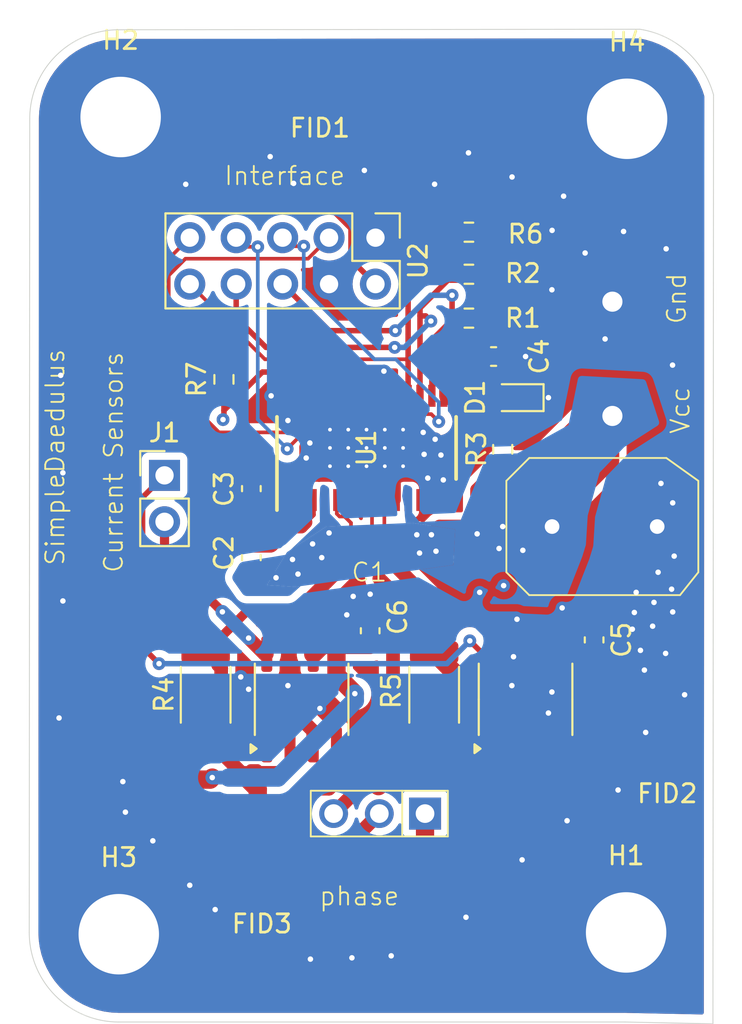
<source format=kicad_pcb>
(kicad_pcb (version 20240108) (generator "pcbnew") (generator_version "8.0")
  (layers (0 "F.Cu" signal) (31 "B.Cu" power) (34 "B.Paste" user) (35 "F.Paste" user) (36 "B.SilkS" user "B.Silkscreen") (37 "F.SilkS" user "F.Silkscreen") (38 "B.Mask" user) (39 "F.Mask" user) (44 "Edge.Cuts" user))
  (net 0 "")
  (net 1 "GND")
  (net 2 "+3.3INTRN")
  (net 3 "VCC")
  (net 4 "Net-(U1-VCP)")
  (net 5 "Net-(U1-CPL)")
  (net 6 "Net-(U1-CPH)")
  (net 7 "+3.3V")
  (net 8 "Net-(D1-A)")
  (net 9 "nFLT")
  (net 10 "CC_out")
  (net 11 "CA_out")
  (net 12 "phase_B")
  (net 13 "phase_A")
  (net 14 "phase_C")
  (net 15 "nRST")
  (net 16 "nSLP")
  (net 17 "PH_CS_A")
  (net 18 "PH_CS_C")
  (net 20 "IN3")
  (net 21 "IN1")
  (net 22 "EN")
  (net 23 "IN2")
  (net 25 "Net-(U2-En)")
  (footprint "Connector_PinHeader_2.54mm:PinHeader_1x02_P2.54mm_Vertical" (layer "F.Cu") (at 137 74)
    (property "Reference" "J1")
    (property "Value" "Conn_01x02")
  )
  (footprint "Fiducial:Fiducial_0.75mm_Mask2.25mm" (layer "F.Cu") (at 142.325 100.625)
    (property "Reference" "FID3")
    (property "Value" "Fiducial")
  )
  (footprint "MountingHole:MountingHole_3.2mm_M3_Pad_Via" (layer "F.Cu") (at 134.497056 99.097056)
    (property "Reference" "H3")
    (property "Value" "MountingHole")
  )
  (footprint "simpleFOC:PWP0028F_L" (layer "F.Cu") (at 148.05 72.5 90)
    (property "Reference" "U1")
    (property "Value" "DRV8313PWP")
  )
  (footprint "simpleFOC:VCCpad" (layer "F.Cu") (at 165.25 70.75 90)
    (property "Reference" "REF**" (hide yes))
    (property "Value" "VCCpad")
  )
  (footprint "simpleFOC:circular_cap_6.3" (layer "F.Cu") (at 148.2 75.55)
    (property "Reference" "C1")
    (property "Value" "100uF")
  )
  (footprint "MountingHole:MountingHole_3.2mm_M3_Pad_Via" (layer "F.Cu") (at 162.302944 54.497056)
    (property "Reference" "H4")
    (property "Value" "MountingHole")
  )
  (footprint "Fiducial:Fiducial_0.75mm_Mask2.25mm" (layer "F.Cu") (at 145.5 52.5)
    (property "Reference" "FID1")
    (property "Value" "Fiducial")
  )
  (footprint "Capacitor_SMD:C_0603_1608Metric" (layer "F.Cu") (at 148.25 82.5 90)
    (property "Reference" "C6")
    (property "Value" "1uF")
  )
  (footprint "Resistor_SMD:R_0603_1608Metric" (layer "F.Cu") (at 140.25 68.75 -90)
    (property "Reference" "R7")
    (property "Value" "10k")
  )
  (footprint "Fiducial:Fiducial_0.75mm_Mask2.25mm" (layer "F.Cu") (at 164.5 93.5)
    (property "Reference" "FID2")
    (property "Value" "Fiducial")
  )
  (footprint "Capacitor_SMD:C_0603_1608Metric" (layer "F.Cu") (at 141.75 78.5 -90)
    (property "Reference" "C2")
    (property "Value" "100nF")
  )
  (footprint "Connector_PinHeader_2.54mm:PinHeader_2x05_P2.54mm_Vertical" (layer "F.Cu") (at 148.54 61 -90)
    (property "Reference" "U2")
    (property "Value" "~")
  )
  (footprint "Package_SO:SOIC-8_3.9x4.9mm_P1.27mm" (layer "F.Cu") (at 156.75 86.25 90)
    (property "Reference" "U4" (hide yes))
    (property "Value" "INA240A2D")
  )
  (footprint "Capacitor_SMD:C_0603_1608Metric" (layer "F.Cu") (at 141.75 74.725 -90)
    (property "Reference" "C3")
    (property "Value" "100nF")
  )
  (footprint "Resistor_SMD:R_0603_1608Metric" (layer "F.Cu") (at 153.65 65.4 180)
    (property "Reference" "R1")
    (property "Value" "10k")
  )
  (footprint "simpleFOC:phase_pinouts" (layer "F.Cu") (at 147.5 92.5)
    (property "Reference" "J3" (hide yes))
    (property "Value" "TB001-500-03BE")
  )
  (footprint "Resistor_SMD:R_2010_5025Metric" (layer "F.Cu") (at 151.75 86 90)
    (property "Reference" "R5")
    (property "Value" "10k")
  )
  (footprint "Capacitor_SMD:C_0603_1608Metric" (layer "F.Cu") (at 160.5 83 90)
    (property "Reference" "C5")
    (property "Value" "1uF")
  )
  (footprint "MountingHole:MountingHole_3.2mm_M3_Pad_Via" (layer "F.Cu") (at 134.6 54.4)
    (property "Reference" "H2")
    (property "Value" "MountingHole")
  )
  (footprint "Resistor_SMD:R_0603_1608Metric" (layer "F.Cu") (at 153.65 60.7)
    (property "Reference" "R6")
    (property "Value" "10k")
  )
  (footprint "Capacitor_SMD:C_0603_1608Metric" (layer "F.Cu") (at 155 67.5 180)
    (property "Reference" "C4")
    (property "Value" "470nF")
  )
  (footprint "Resistor_SMD:R_0603_1608Metric" (layer "F.Cu") (at 155.5 72.575 90)
    (property "Reference" "R3")
    (property "Value" "1k")
  )
  (footprint "Resistor_SMD:R_2010_5025Metric" (layer "F.Cu") (at 139.25 86 90)
    (property "Reference" "R4")
    (property "Value" "10m")
  )
  (footprint "LED_SMD:LED_0603_1608Metric" (layer "F.Cu") (at 156.25 69.75 180)
    (property "Reference" "D1")
    (property "Value" "LED")
  )
  (footprint "Resistor_SMD:R_0603_1608Metric" (layer "F.Cu") (at 153.65 63 180)
    (property "Reference" "R2")
    (property "Value" "10k")
  )
  (footprint "Package_SO:SOIC-8_3.9x4.9mm_P1.27mm" (layer "F.Cu") (at 144.5 86.25 90)
    (property "Reference" "U3" (hide yes))
    (property "Value" "INA240A2D")
  )
  (footprint "MountingHole:MountingHole_3.2mm_M3_Pad_Via" (layer "F.Cu") (at 162.25 99)
    (property "Reference" "H1")
    (property "Value" "MountingHole")
  )
  (gr_line (start 167 104) (end 167.031234 53.191452) (stroke (width 0.05)) (layer "Edge.Cuts"))
  (gr_line (start 134.398 49.628) (end 163 49.600001) (stroke (width 0.05)) (layer "Edge.Cuts"))
  (gr_arc (start 129.626933 54.5) (mid 131.018346 51.090474) (end 134.398 49.628001) (stroke (width 0.05)) (layer "Edge.Cuts"))
  (gr_arc (start 163 49.600001) (mid 165.547464 50.798754) (end 167.031234 53.191452) (stroke (width 0.05)) (layer "Edge.Cuts"))
  (gr_line (start 167 104) (end 162.2 103.9) (stroke (width 0.05)) (layer "Edge.Cuts"))
  (gr_line (start 134.5 103.9) (end 162.2 103.9) (stroke (width 0.05)) (layer "Edge.Cuts"))
  (gr_line (start 129.626933 54.5) (end 129.6 99) (stroke (width 0.05)) (layer "Edge.Cuts"))
  (gr_arc (start 134.5 103.9) (mid 131.035177 102.464823) (end 129.6 99) (stroke (width 0.05)) (layer "Edge.Cuts"))
  (gr_text "Vcc" (at 165.8 71.8 90) (layer "F.SilkS") (effects (font (size 1 1) (thickness 0.1)) (justify left bottom)))
  (gr_text "SimpleDaedulus" (at 131.6 79 90) (layer "F.SilkS") (effects (font (size 1 1) (thickness 0.1)) (justify left bottom)))
  (gr_text "Interface" (at 140.2 58.2 0) (layer "F.SilkS") (effects (font (size 1 1) (thickness 0.1)) (justify left bottom)))
  (gr_text "Current Sensors" (at 134.8 79.4 90) (layer "F.SilkS") (effects (font (size 1 1) (thickness 0.1)) (justify left bottom)))
  (gr_text "Gnd" (at 165.6 65.8 90) (layer "F.SilkS") (effects (font (size 1 1) (thickness 0.1)) (justify left bottom)))
  (gr_text "phase" (at 145.4 97.6 0) (layer "F.SilkS") (effects (font (size 1 1) (thickness 0.1)) (justify left bottom)))
  (segment (start 141.8 85.5) (end 141.6 85.7) (width 0.75) (layer "F.Cu") (net 1))
  (segment (start 147.32 80.62) (end 147.32 81.28) (width 0.75) (layer "F.Cu") (net 1))
  (segment (start 147.724999 74.205762) (end 147.780761 74.15) (width 0.5) (layer "F.Cu") (net 1))
  (segment (start 151.15 71.65) (end 151.526309 72.026309) (width 0.75) (layer "F.Cu") (net 1))
  (segment (start 144.75 73.05) (end 144.75 72.464594) (width 0.75) (layer "F.Cu") (net 1))
  (segment (start 147.724999 75.349999) (end 147.724999 74.205762) (width 0.5) (layer "F.Cu") (net 1))
  (segment (start 147.35 74.119238) (end 147.284619 74.184619) (width 0.5) (layer "F.Cu") (net 1))
  (segment (start 151.526309 72.026309) (end 151.803384 72.026309) (width 0.75) (layer "F.Cu") (net 1))
  (segment (start 149.675001 74.225001) (end 149.55 74.1) (width 0.5) (layer "F.Cu") (net 1))
  (segment (start 149 68.3) (end 149.024999 68.324999) (width 0.5) (layer "F.Cu") (net 1))
  (segment (start 146.924999 74.15) (end 146.65 74.15) (width 0.5) (layer "F.Cu") (net 1))
  (segment (start 149.675001 75.349999) (end 149.675001 74.225001) (width 0.5) (layer "F.Cu") (net 1))
  (segment (start 156.28 83.61) (end 156.115 83.775) (width 0.75) (layer "F.Cu") (net 1))
  (segment (start 147.780761 74.15) (end 148.319239 74.15) (width 0.5) (layer "F.Cu") (net 1))
  (segment (start 147.35 75.349999) (end 147.35 74.119238) (width 0.5) (layer "F.Cu") (net 1))
  (segment (start 147.724999 74.624999) (end 147.284619 74.184619) (width 0.5) (layer "F.Cu") (net 1))
  (segment (start 156.28 81.87) (end 156.28 83.61) (width 0.75) (layer "F.Cu") (net 1))
  (segment (start 151.803384 72.573384) (end 152.12 72.89) (width 0.75) (layer "F.Cu") (net 1))
  (segment (start 147.075001 75.349999) (end 147.075001 74.394237) (width 0.5) (layer "F.Cu") (net 1))
  (segment (start 147.075001 75.349999) (end 147.35 75.349999) (width 0.5) (layer "F.Cu") (net 1))
  (segment (start 147.075001 74.394237) (end 147.284619 74.184619) (width 0.5) (layer "F.Cu") (net 1))
  (segment (start 147.32 81.28) (end 146.97 81.63) (width 0.75) (layer "F.Cu") (net 1))
  (segment (start 147.724999 75.349999) (end 147.724999 75.044235) (width 0.5) (layer "F.Cu") (net 1))
  (segment (start 143.75 70.57) (end 142.83 69.65) (width 0.3) (layer "F.Cu") (net 1))
  (segment (start 148.25 80.5) (end 147.44 80.5) (width 0.75) (layer "F.Cu") (net 1))
  (segment (start 151.803384 72.026309) (end 151.803384 72.573384) (width 0.75) (layer "F.Cu") (net 1))
  (segment (start 147.724999 75.349999) (end 147.724999 74.624999) (width 0.5) (layer "F.Cu") (net 1))
  (segment (start 147.724999 75.044235) (end 147.075001 74.394237) (width 0.5) (layer "F.Cu") (net 1))
  (segment (start 144.75 72.464594) (end 144.967297 72.247297) (width 0.75) (layer "F.Cu") (net 1))
  (segment (start 143.75 85.5) (end 141.8 85.5) (width 0.75) (layer "F.Cu") (net 1))
  (segment (start 134.86 90.89) (end 134.72 90.75) (width 0.75) (layer "F.Cu") (net 1))
  (segment (start 144.75 73.05) (end 144.75 72.42924) (width 0.3) (layer "F.Cu") (net 1))
  (segment (start 143.75 71) (end 143.75 70.57) (width 0.3) (layer "F.Cu") (net 1))
  (segment (start 144.75 72.42924) (end 144.94962 72.22962) (width 0.3) (layer "F.Cu") (net 1))
  (segment (start 147.075001 74.300002) (end 146.924999 74.15) (width 0.5) (layer "F.Cu") (net 1))
  (segment (start 149.024999 68.324999) (end 149.024999 69.650001) (width 0.5) (layer "F.Cu") (net 1))
  (segment (start 147.35 75.349999) (end 147.724999 75.349999) (width 0.5) (layer "F.Cu") (net 1))
  (segment (start 147.44 80.5) (end 147.32 80.62) (width 0.75) (layer "F.Cu") (net 1))
  (segment (start 147.075001 75.349999) (end 147.075001 74.300002) (width 0.5) (layer "F.Cu") (net 1))
  (segment (start 134.86 92.42) (end 134.86 90.89) (width 0.75) (layer "F.Cu") (net 1))
  (segment (start 148.319239 74.15) (end 148.550001 73.919238) (width 0.5) (layer "F.Cu") (net 1))
  (via (at 162.589308 82.41469) (size 0.7) (drill 0.3) (layers "F.Cu" "B.Cu") (net 1))
  (via (at 164.879159 78.417494) (size 0.7) (drill 0.3) (layers "F.Cu" "B.Cu") (net 1))
  (via (at 141.17 85.025) (size 0.7) (drill 0.3) (layers "F.Cu" "B.Cu") (net 1))
  (via (at 131.44 73.86) (size 0.7) (drill 0.3) (layers "F.Cu" "B.Cu") (net 1))
  (via (at 158.75 81.25) (size 0.7) (drill 0.3) (layers "F.Cu" "B.Cu") (net 1))
  (via (at 147.25 100.39) (size 0.7) (drill 0.3) (layers "F.Cu" "B.Cu") (net 1))
  (via (at 161.1 66.54) (size 0.7) (drill 0.3) (layers "F.Cu" "B.Cu") (net 1))
  (via (at 148.25 80.5) (size 0.7) (drill 0.3) (layers "F.Cu" "B.Cu") (net 1))
  (via (at 134.72 90.75) (size 0.7) (drill 0.3) (layers "F.Cu" "B.Cu") (net 1))
  (via (at 151.803384 72.026309) (size 0.7) (drill 0.3) (layers "F.Cu" "B.Cu") (net 1))
  (via (at 161.81 91.21) (size 0.7) (drill 0.3) (layers "F.Cu" "B.Cu") (net 1))
  (via (at 164.44 61.61) (size 0.7) (drill 0.3) (layers "F.Cu" "B.Cu") (net 1))
  (via (at 156.09 83.92) (size 0.7) (drill 0.3) (layers "F.Cu" "B.Cu") (net 1))
  (via (at 163.774407 80.948381) (size 0.7) (drill 0.3) (layers "F.Cu" "B.Cu") (net 1))
  (via (at 154.24 80.4) (size 0.7) (drill 0.3) (layers "F.Cu" "B.Cu") (net 1))
  (via (at 149.399672 100.280327) (size 0.7) (drill 0.3) (layers "F.Cu" "B.Cu") (net 1))
  (via (at 138.38 96.42) (size 0.7) (drill 0.3) (layers "F.Cu" "B.Cu") (net 1))
  (via (at 143.75 71) (size 0.7) (drill 0.3) (layers "F.Cu" "B.Cu") (net 1))
  (via (at 164.156048 74.440384) (size 0.7) (drill 0.3) (layers "F.Cu" "B.Cu") (net 1))
  (via (at 131.32 68.53) (size 0.7) (drill 0.3) (layers "F.Cu" "B.Cu") (net 1))
  (via (at 164 79.3) (size 0.7) (drill 0.3) (layers "F.Cu" "B.Cu") (net 1))
  (via (at 142.779006 56.566798) (size 0.7) (drill 0.3) (layers "F.Cu" "B.Cu") (net 1))
  (via (at 151.15 71.65) (size 0.7) (drill 0.3) (layers "F.Cu" "B.Cu") (net 1))
  (via (at 147.930991 57.320869) (size 0.7) (drill 0.3) (layers "F.Cu" "B.Cu") (net 1))
  (via (at 155.55 80.03) (size 0.7) (drill 0.3) (layers "F.Cu" "B.Cu") (net 1))
  (via (at 151.2 72.85) (size 0.7) (drill 0.3) (layers "F.Cu" "B.Cu") (net 1))
  (via (at 162.8 80.4) (size 0.7) (drill 0.3) (layers "F.Cu" "B.Cu") (net 1))
  (via (at 164.410749 83.737982) (size 0.7) (drill 0.3) (layers "F.Cu" "B.Cu") (net 1))
  (via (at 162.7 81.5) (size 0.7) (drill 0.3) (layers "F.Cu" "B.Cu") (net 1))
  (via (at 163.25 84.65) (size 0.7) (drill 0.3) (layers "F.Cu" "B.Cu") (net 1))
  (via (at 165.45 86) (size 0.7) (drill 0.3) (layers "F.Cu" "B.Cu") (net 1))
  (via (at 156 85.5) (size 0.7) (drill 0.3) (layers "F.Cu" "B.Cu") (net 1))
  (via (at 153.49 98.17) (size 0.7) (drill 0.3) (layers "F.Cu" "B.Cu") (net 1))
  (via (at 139.77 97.75) (size 0.7) (drill 0.3) (layers "F.Cu" "B.Cu") (net 1))
  (via (at 158.19 63.85) (size 0.7) (drill 0.3) (layers "F.Cu" "B.Cu") (net 1))
  (via (at 131.23 87.27) (size 0.7) (drill 0.3) (layers "F.Cu" "B.Cu") (net 1))
  (via (at 153.626546 56.360173) (size 0.7) (drill 0.3) (layers "F.Cu" "B.Cu") (net 1))
  (via (at 158.19 85.85) (size 0.7) (drill 0.3) (layers "F.Cu" "B.Cu") (net 1))
  (via (at 149 68.3) (size 0.7) (drill 0.3) (layers "F.Cu" "B.Cu") (net 1))
  (via (at 163.32 88.06) (size 0.7) (drill 0.3) (layers "F.Cu" "B.Cu") (net 1))
  (via (at 143.75 85.5) (size 0.7) (drill 0.3) (layers "F.Cu" "B.Cu") (net 1))
  (via (at 158 87) (size 0.7) (drill 0.3) (layers "F.Cu" "B.Cu") (net 1))
  (via (at 152.25 74.25) (size 0.7) (drill 0.3) (layers "F.Cu" "B.Cu") (net 1))
  (via (at 136.36 93.99) (size 0.7) (drill 0.3) (layers "F.Cu" "B.Cu") (net 1))
  (via (at 142.83 69.65) (size 0.7) (drill 0.3) (layers "F.Cu" "B.Cu") (net 1))
  (via (at 138.16 58.08) (size 0.7) (drill 0.3) (layers "F.Cu" "B.Cu") (net 1))
  (via (at 131.44 80.87) (size 0.7) (drill 0.3) (layers "F.Cu" "B.Cu") (net 1))
  (via (at 164.79 67.97) (size 0.7) (drill 0.3) (layers "F.Cu" "B.Cu") (net 1))
  (via (at 144.98 100.46) (size 0.7) (drill 0.3) (layers "F.Cu" "B.Cu") (net 1))
  (via (at 164.798814 75.504964) (size 0.7) (drill 0.3) (layers "F.Cu" "B.Cu") (net 1))
  (via (at 151.773775 58.075702) (size 0.7) (drill 0.3) (layers "F.Cu" "B.Cu") (net 1))
  (via (at 160.007303 61.837985) (size 0.7) (drill 0.3) (layers "F.Cu" "B.Cu") (net 1))
  (via (at 156.75 67.5) (size 0.7) (drill 0.3) (layers "F.Cu" "B.Cu") (net 1))
  (via (at 147.32 80.62) (size 0.7) (drill 0.3) (layers "F.Cu" "B.Cu") (net 1))
  (via (at 158.83 58.73) (size 0.7) (drill 0.3) (layers "F.Cu" "B.Cu") (net 1))
  (via (at 156.56 95.03) (size 0.7) (drill 0.3) (layers "F.Cu" "B.Cu") (net 1))
  (via (at 158.2 60.600759) (size 0.7) (drill 0.3) (layers "F.Cu" "B.Cu") (net 1))
  (via (at 144.94962 72.22962) (size 0.7) (drill 0.3) (layers "F.Cu" "B.Cu") (net 1))
  (via (at 156.28 81.87) (size 0.7) (drill 0.3) (layers "F.Cu" "B.Cu") (net 1))
  (via (at 146.97 81.63) (size 0.7) (drill 0.3) (layers "F.Cu" "B.Cu") (net 1))
  (via (at 141.6 85.7) (size 0.7) (drill 0.3) (layers "F.Cu" "B.Cu") (net 1))
  (via (at 145.5 86.75) (size 0.7) (drill 0.3) (layers "F.Cu" "B.Cu") (net 1))
  (via (at 151.4 74.15) (size 0.7) (drill 0.3) (layers "F.Cu" "B.Cu") (net 1))
  (via (at 163.7 82.25) (size 0.7) (drill 0.3) (layers "F.Cu" "B.Cu") (net 1))
  (via (at 162.11 60.66) (size 0.7) (drill 0.3) (layers "F.Cu" "B.Cu") (net 1))
  (via (at 158 69.75) (size 0.7) (drill 0.3) (layers "F.Cu" "B.Cu") (net 1))
  (via (at 164.798814 81.470628) (size 0.7) (drill 0.3) (layers "F.Cu" "B.Cu") (net 1))
  (via (at 164.738554 80.225271) (size 0.7) (drill 0.3) (layers "F.Cu" "B.Cu") (net 1))
  (via (at 163.034432 83.572161) (size 0.7) (drill 0.3) (layers "F.Cu" "B.Cu") (net 1))
  (via (at 156.01 57.68) (size 0.7) (drill 0.3) (layers "F.Cu" "B.Cu") (net 1))
  (via (at 144.75 73.05) (size 0.7) (drill 0.3) (layers "F.Cu" "B.Cu") (net 1))
  (via (at 152.12 72.89) (size 0.7) (drill 0.3) (layers "F.Cu" "B.Cu") (net 1))
  (via (at 159.02 92.89) (size 0.7) (drill 0.3) (layers "F.Cu" "B.Cu") (net 1))
  (via (at 144.06 58.03) (size 0.7) (drill 0.3) (layers "F.Cu" "B.Cu") (net 1))
  (via (at 134.86 92.42) (size 0.7) (drill 0.3) (layers "F.Cu" "B.Cu") (net 1))
  (segment (start 156.23 81.82) (end 156.28 81.87) (width 0.75) (layer "B.Cu") (net 1))
  (segment (start 153.04 81.82) (end 156.23 81.82) (width 0.75) (layer "B.Cu") (net 1))
  (segment (start 144.35 71.6) (end 144.655 71.905) (width 0.75) (layer "B.Cu") (net 1))
  (segment (start 135.12 90.35) (end 135.845 90.35) (width 0.75) (layer "B.Cu") (net 1))
  (segment (start 150.825 71.595) (end 150.825 70.885) (width 0.75) (layer "B.Cu") (net 1))
  (segment (start 150.825 70.885) (end 148.88 68.94) (width 0.75) (layer "B.Cu") (net 1))
  (segment (start 135.73 92.36) (end 134.92 92.36) (width 0.75) (layer "B.Cu") (net 1))
  (segment (start 134.92 92.36) (end 134.86 92.42) (width 0.75) (layer "B.Cu") (net 1))
  (segment (start 147.32 80.62) (end 151.84 80.62) (width 0.75) (layer "B.Cu") (net 1))
  (segment (start 148.88 68.94) (end 149 68.82) (width 0.75) (layer "B.Cu") (net 1))
  (segment (start 153.8 81.63) (end 156.09 83.92) (width 0.75) (layer "B.Cu") (net 1))
  (segment (start 144.94962 72.19962) (end 144.94962 72.22962) (width 0.75) (layer "B.Cu") (net 1))
  (segment (start 134.72 90.75) (end 135.12 90.35) (width 0.75) (layer "B.Cu") (net 1))
  (segment (start 144.655 71.905) (end 143.75 71) (width 0.75) (layer "B.Cu") (net 1))
  (segment (start 142.83 69.65) (end 144.155 68.325) (width 0.75) (layer "B.Cu") (net 1))
  (segment (start 151.803384 72.026309) (end 151.658161 72.026309) (width 0.75) (layer "B.Cu") (net 1))
  (segment (start 144.655 71.905) (end 144.94962 72.19962) (width 0.75) (layer "B.Cu") (net 1))
  (segment (start 144.155 68.325) (end 149 68.325) (width 0.75) (layer "B.Cu") (net 1))
  (segment (start 151.658161 72.026309) (end 150.825 71.193148) (width 0.75) (layer "B.Cu") (net 1))
  (segment (start 152.12 72.89) (end 150.825 71.595) (width 0.75) (layer "B.Cu") (net 1))
  (segment (start 150.825 71.193148) (end 150.825 70.125) (width 0.75) (layer "B.Cu") (net 1))
  (segment (start 150.825 70.125) (end 149.025 68.325) (width 0.75) (layer "B.Cu") (net 1))
  (segment (start 149 68.82) (end 149 68.325) (width 0.75) (layer "B.Cu") (net 1))
  (segment (start 146.97 81.63) (end 153.8 81.63) (width 0.75) (layer "B.Cu") (net 1))
  (segment (start 151.84 80.62) (end 153.04 81.82) (width 0.75) (layer "B.Cu") (net 1))
  (segment (start 144.35 71.6) (end 143.75 71) (width 0.3) (layer "B.Cu") (net 1))
  (segment (start 141.6 85.7) (end 141.6 86.49) (width 0.75) (layer "B.Cu") (net 1))
  (segment (start 135.845 90.35) (end 141.17 85.025) (width 0.75) (layer "B.Cu") (net 1))
  (segment (start 149.025 68.325) (end 149 68.325) (width 0.75) (layer "B.Cu") (net 1))
  (segment (start 141.6 86.49) (end 135.73 92.36) (width 0.75) (layer "B.Cu") (net 1))
  (segment (start 152.524998 69.200002) (end 152.524998 69.650001) (width 1) (layer "F.Cu") (net 2))
  (segment (start 154.475 65.4) (end 154.475 63) (width 1) (layer "F.Cu") (net 2))
  (segment (start 154.225 65.65) (end 154.475 65.4) (width 1) (layer "F.Cu") (net 2))
  (segment (start 154.225 67.5) (end 154.225 65.65) (width 1) (layer "F.Cu") (net 2))
  (segment (start 154.225 67.5) (end 152.524998 69.200002) (width 1) (layer "F.Cu") (net 2))
  (segment (start 154.475 63) (end 154.475 60.7) (width 1) (layer "F.Cu") (net 2))
  (segment (start 156.6 77.9) (end 155.5 76.8) (width 0.75) (layer "F.Cu") (net 3))
  (segment (start 156.15 77.15) (end 155.3 78) (width 0.75) (layer "F.Cu") (net 3))
  (segment (start 160.9 71.9) (end 161.5 71.3) (width 0.75) (layer "F.Cu") (net 3))
  (segment (start 155.5 75.8) (end 155.5 75.27) (width 0.75) (layer "F.Cu") (net 3))
  (segment (start 160.02 70.75) (end 161.5 70.75) (width 0.75) (layer "F.Cu") (net 3))
  (segment (start 156.6 78.1) (end 156.6 74.5) (width 0.75) (layer "F.Cu") (net 3))
  (segment (start 157.8 75) (end 160.9 71.9) (width 0.75) (layer "F.Cu") (net 3))
  (segment (start 152.05 76.8) (end 151.6 77.25) (width 0.75) (layer "F.Cu") (net 3))
  (segment (start 157 78) (end 158.2 76.8) (width 0.75) (layer "F.Cu") (net 3))
  (segment (start 161.5 73.2) (end 161.5 70.75) (width 0.75) (layer "F.Cu") (net 3))
  (segment (start 154.1 74.8) (end 154.2 74.8) (width 0.75) (layer "F.Cu") (net 3))
  (segment (start 155.5 76.8) (end 155.5 76.75) (width 0.75) (layer "F.Cu") (net 3))
  (segment (start 155.5 76.8) (end 158.2 76.8) (width 0.75) (layer "F.Cu") (net 3))
  (segment (start 155.3 78) (end 157 78) (width 0.75) (layer "F.Cu") (net 3))
  (segment (start 156.6 78.1) (end 161.5 73.2) (width 0.75) (layer "F.Cu") (net 3))
  (segment (start 156.5 76.8) (end 158.2 76.8) (width 0.75) (layer "F.Cu") (net 3))
  (segment (start 155.3 78) (end 155.3 77) (width 0.75) (layer "F.Cu") (net 3))
  (segment (start 155.3 78) (end 152 78) (width 0.75) (layer "F.Cu") (net 3))
  (segment (start 154.1 77.2) (end 154.1 74.8) (width 0.75) (layer "F.Cu") (net 3))
  (segment (start 159.26 73.54) (end 160.9 71.9) (width 0.75) (layer "F.Cu") (net 3))
  (segment (start 152 78) (end 151.85 78.15) (width 0.75) (layer "F.Cu") (net 3))
  (segment (start 155.5 76.8) (end 155.5 73.4) (width 0.75) (layer "F.Cu") (net 3))
  (segment (start 158.2 76.8) (end 158.2 74.05) (width 0.75) (layer "F.Cu") (net 3))
  (segment (start 154.2 74.8) (end 156.2 76.8) (width 0.75) (layer "F.Cu") (net 3))
  (segment (start 154.1 77.2) (end 152.8 77.2) (width 0.75) (layer "F.Cu") (net 3))
  (segment (start 159.12 73.4) (end 159.26 73.54) (width 0.75) (layer "F.Cu") (net 3))
  (segment (start 155.5 75.27) (end 160.02 70.75) (width 0.75) (layer "F.Cu") (net 3))
  (segment (start 152.8 77.2) (end 151.85 78.15) (width 0.75) (layer "F.Cu") (net 3))
  (segment (start 157.8 76.4) (end 157.8 75) (width 0.75) (layer "F.Cu") (net 3))
  (segment (start 156.2 76.8) (end 158.2 76.8) (width 0.75) (layer "F.Cu") (net 3))
  (segment (start 158.2 76.8) (end 157.8 76.4) (width 0.75) (layer "F.Cu") (net 3))
  (segment (start 161.5 71.3) (end 161.5 70.75) (width 0.75) (layer "F.Cu") (net 3))
  (segment (start 155.5 74.1) (end 158.2 76.8) (width 0.75) (layer "F.Cu") (net 3))
  (segment (start 155.5 76.8) (end 155.5 75.8) (width 0.75) (layer "F.Cu") (net 3))
  (segment (start 155.5 73.4) (end 155.5 74.1) (width 0.75) (layer "F.Cu") (net 3))
  (segment (start 156.9 78.1) (end 158.2 76.8) (width 0.75) (layer "F.Cu") (net 3))
  (segment (start 154.1 74.8) (end 155.5 73.4) (width 0.75) (layer "F.Cu") (net 3))
  (segment (start 155.5 76.75) (end 161.5 70.75) (width 0.75) (layer "F.Cu") (net 3))
  (segment (start 155.3 77) (end 155.5 76.8) (width 0.75) (layer "F.Cu") (net 3))
  (segment (start 156.6 78.1) (end 156.9 78.1) (width 0.75) (layer "F.Cu") (net 3))
  (segment (start 155.5 76.8) (end 152.05 76.8) (width 0.75) (layer "F.Cu") (net 3))
  (segment (start 158.2 74.05) (end 161.5 70.75) (width 0.75) (layer "F.Cu") (net 3))
  (segment (start 154.1 77.2) (end 155.5 75.8) (width 0.75) (layer "F.Cu") (net 3))
  (segment (start 156.6 74.5) (end 155.5 73.4) (width 0.75) (layer "F.Cu") (net 3))
  (segment (start 156.6 78.1) (end 156.6 77.9) (width 0.75) (layer "F.Cu") (net 3))
  (segment (start 155.5 75.8) (end 156.5 76.8) (width 0.75) (layer "F.Cu") (net 3))
  (segment (start 155.5 73.4) (end 159.12 73.4) (width 0.75) (layer "F.Cu") (net 3))
  (via (at 146 77.15) (size 0.7) (drill 0.3) (layers "F.Cu" "B.Cu") (net 3))
  (via (at 151.85 78.15) (size 0.7) (drill 0.3) (layers "F.Cu" "B.Cu") (net 3))
  (via (at 143.1 79.6) (size 0.7) (drill 0.3) (layers "F.Cu" "B.Cu") (net 3))
  (via (at 150.95 78.25) (size 0.7) (drill 0.3) (layers "F.Cu" "B.Cu") (net 3))
  (via (at 155.3 78) (size 0.7) (drill 0.3) (layers "F.Cu" "B.Cu") (net 3))
  (via (at 145.6 78.5) (size 0.7) (drill 0.3) (layers "F.Cu" "B.Cu") (net 3))
  (via (at 144.3 79.4) (size 0.7) (drill 0.3) (layers "F.Cu" "B.Cu") (net 3))
  (via (at 155.5 76.8) (size 0.7) (drill 0.3) (layers "F.Cu" "B.Cu") (net 3))
  (via (at 154.1 77.2) (size 0.7) (drill 0.3) (layers "F.Cu" "B.Cu") (net 3))
  (via (at 144 78.6) (size 0.7) (drill 0.3) (layers "F.Cu" "B.Cu") (net 3))
  (via (at 145.1 77.75) (size 0.7) (drill 0.3) (layers "F.Cu" "B.Cu") (net 3))
  (via (at 156.6 78.1) (size 0.7) (drill 0.3) (layers "F.Cu" "B.Cu") (net 3))
  (via (at 151.6 77.25) (size 0.7) (drill 0.3) (layers "F.Cu" "B.Cu") (net 3))
  (via (at 150.8 77.25) (size 0.7) (drill 0.3) (layers "F.Cu" "B.Cu") (net 3))
  (segment (start 145.125 75.349999) (end 145.125 76.149999) (width 0.3) (layer "F.Cu") (net 4))
  (segment (start 142.775 77.725) (end 141.75 77.725) (width 1) (layer "F.Cu") (net 4))
  (segment (start 144.475 76.8) (end 144.7125 76.5625) (width 0.75) (layer "F.Cu") (net 4))
  (segment (start 143.7 76.8) (end 144.475 76.8) (width 0.75) (layer "F.Cu") (net 4))
  (segment (start 143.7 76.8) (end 142.775 77.725) (width 1) (layer "F.Cu") (net 4))
  (segment (start 145.125 76.149999) (end 144.7125 76.5625) (width 0.3) (layer "F.Cu") (net 4))
  (segment (start 141.75 75.5) (end 143.375 75.5) (width 1) (layer "F.Cu") (net 5))
  (segment (start 143.375 75.5) (end 143.525001 75.349999) (width 1) (layer "F.Cu") (net 5))
  (segment (start 141.75 73.95) (end 143.95 73.95) (width 0.75) (layer "F.Cu") (net 6))
  (segment (start 144.475001 74.475001) (end 144.475001 75.349999) (width 0.5) (layer "F.Cu") (net 6))
  (segment (start 143.95 73.95) (end 144 74) (width 0.75) (layer "F.Cu") (net 6))
  (segment (start 144 74) (end 144.475001 74.475001) (width 0.5) (layer "F.Cu") (net 6))
  (segment (start 146.24 59.18) (end 147.115 60.055) (width 0.75) (layer "F.Cu") (net 7))
  (segment (start 139.5 90.64) (end 139.61 90.53) (width 1) (layer "F.Cu") (net 7))
  (segment (start 145.635 83.275) (end 145.135 83.775) (width 1) (layer "F.Cu") (net 7))
  (segment (start 147.115 60.055) (end 147.2 60.14) (width 0.3) (layer "F.Cu") (net 7))
  (segment (start 160.5 84.87) (end 160.5 83.775) (width 0.75) (layer "F.Cu") (net 7))
  (segment (start 138.43 93.15028) (end 144.41972 99.14) (width 0.75) (layer "F.Cu") (net 7))
  (segment (start 160.815 86.165) (end 160.55 85.9) (width 0.75) (layer "F.Cu") (net 7))
  (segment (start 160.5 83.775) (end 157.385 83.775) (width 1) (layer "F.Cu") (net 7))
  (segment (start 150.24446 99.14) (end 161.2 88.18446) (width 0.75) (layer "F.Cu") (net 7))
  (segment (start 144.41972 99.14) (end 150.24446 99.14) (width 0.75) (layer "F.Cu") (net 7))
  (segment (start 147.34 60.64) (end 147.34 62.34) (width 0.3) (layer "F.Cu") (net 7))
  (segment (start 145.71 59.01) (end 147.34 60.64) (width 0.3) (layer "F.Cu") (net 7))
  (segment (start 161.2 88.18446) (end 161.2 86.55) (width 0.75) (layer "F.Cu") (net 7))
  (segment (start 146.405 84.935) (end 147.41 85.94) (width 1) (layer "F.Cu") (net 7))
  (segment (start 134.41 59.18) (end 146.24 59.18) (width 0.75) (layer "F.Cu") (net 7))
  (segment (start 148.25 83.275) (end 145.635 83.275) (width 1) (layer "F.Cu") (net 7))
  (segment (start 160.5 85.25) (end 160.5 85.85) (width 0.5) (layer "F.Cu") (net 7))
  (segment (start 132.83 60.76) (end 134.41 59.18) (width 0.75) (layer "F.Cu") (net 7))
  (segment (start 134.58 59.01) (end 145.71 59.01) (width 0.3) (layer "F.Cu") (net 7))
  (segment (start 147.2 62.2) (end 148.54 63.54) (width 0.3) (layer "F.Cu") (net 7))
  (segment (start 146.405 83.775) (end 146.405 84.935) (width 1) (layer "F.Cu") (net 7))
  (segment (start 138.43 90.76) (end 138.43 93.15028) (width 0.75) (layer "F.Cu") (net 7))
  (segment (start 138.43 90.76) (end 132.83 85.16) (width 0.75) (layer "F.Cu") (net 7))
  (segment (start 132.83 85.16) (end 132.83 60.76) (width 0.75) (layer "F.Cu") (net 7))
  (segment (start 138.43 90.76) (end 138.55 90.64) (width 1) (layer "F.Cu") (net 7))
  (segment (start 160.815 86.165) (end 160.5 85.85) (width 0.75) (layer "F.Cu") (net 7))
  (segment (start 147.34 62.34) (end 148.54 63.54) (width 0.3) (layer "F.Cu") (net 7))
  (segment (start 160.5 85.85) (end 160.5 84.87) (width 0.75) (layer "F.Cu") (net 7))
  (segment (start 161.2 86.55) (end 160.815 86.165) (width 0.75) (layer "F.Cu") (net 7))
  (segment (start 160.5 85.85) (end 160.55 85.9) (width 0.5) (layer "F.Cu") (net 7))
  (segment (start 132.83 60.76) (end 134.58 59.01) (width 0.3) (layer "F.Cu") (net 7))
  (segment (start 160.5 85.25) (end 160.5 84.87) (width 0.75) (layer "F.Cu") (net 7))
  (segment (start 147.2 60.14) (end 147.2 62.2) (width 0.3) (layer "F.Cu") (net 7))
  (segment (start 138.55 90.64) (end 139.5 90.64) (width 1) (layer "F.Cu") (net 7))
  (via (at 147.41 85.94) (size 0.7) (drill 0.3) (layers "F.Cu" "B.Cu") (net 7))
  (via (at 139.61 90.53) (size 0.7) (drill 0.3) (layers "F.Cu" "B.Cu") (net 7))
  (segment (start 147.41 86.324925) (end 147.41 85.94) (width 1) (layer "B.Cu") (net 7))
  (segment (start 143.204925 90.53) (end 147.41 86.324925) (width 1) (layer "B.Cu") (net 7))
  (segment (start 140.51 90.53) (end 143.204925 90.53) (width 1) (layer "B.Cu") (net 7))
  (segment (start 140.51 90.53) (end 139.61 90.53) (width 0.75) (layer "B.Cu") (net 7))
  (segment (start 155.5 71.75) (end 155.5 69.7875) (width 0.5) (layer "F.Cu") (net 8))
  (segment (start 155.5 69.7875) (end 155.4625 69.75) (width 0.5) (layer "F.Cu") (net 8))
  (segment (start 150.324999 66.27) (end 150.324999 63.200001) (width 0.3) (layer "F.Cu") (net 9))
  (segment (start 150.324999 63.200001) (end 152.825 60.7) (width 0.3) (layer "F.Cu") (net 9))
  (segment (start 150.324999 67.78) (end 150.324999 66.27) (width 0.3) (layer "F.Cu") (net 9))
  (segment (start 150.194999 67.65) (end 142.49 67.65) (width 0.2) (layer "F.Cu") (net 9))
  (segment (start 150.324999 67.78) (end 150.194999 67.65) (width 0.2) (layer "F.Cu") (net 9))
  (segment (start 142.49 67.65) (end 138.38 63.54) (width 0.2) (layer "F.Cu") (net 9))
  (segment (start 150.324999 69.650001) (end 150.324999 67.78) (width 0.3) (layer "F.Cu") (net 9))
  (segment (start 154.845 83.775) (end 154.425 83.775) (width 0.3) (layer "F.Cu") (net 10))
  (segment (start 135.8 83.4) (end 135.8 75.2) (width 0.3) (layer "F.Cu") (net 10))
  (segment (start 135.8 75.2) (end 137 74) (width 0.3) (layer "F.Cu") (net 10))
  (segment (start 136.7 84.3) (end 135.8 83.4) (width 0.3) (layer "F.Cu") (net 10))
  (segment (start 154.425 83.775) (end 153.7 83.05) (width 0.3) (layer "F.Cu") (net 10))
  (via (at 153.7 83.05) (size 0.7) (drill 0.3) (layers "F.Cu" "B.Cu") (net 10))
  (via (at 136.7 84.3) (size 0.7) (drill 0.3) (layers "F.Cu" "B.Cu") (net 10))
  (segment (start 153.7 83.05) (end 152.45 84.3) (width 0.3) (layer "B.Cu") (net 10))
  (segment (start 152.45 84.3) (end 136.7 84.3) (width 0.3) (layer "B.Cu") (net 10))
  (segment (start 139.55 80.9) (end 137 78.35) (width 0.5) (layer "F.Cu") (net 11))
  (segment (start 140.164676 81.464676) (end 139.6 80.9) (width 0.5) (layer "F.Cu") (net 11))
  (segment (start 142.595 83.775) (end 142.475 83.775) (width 0.75) (layer "F.Cu") (net 11))
  (segment (start 139.6 80.9) (end 139.55 80.9) (width 0.5) (layer "F.Cu") (net 11))
  (segment (start 137 78.35) (end 137 76.54) (width 0.5) (layer "F.Cu") (net 11))
  (segment (start 142.475 83.775) (end 141.6 82.9) (width 0.75) (layer "F.Cu") (net 11))
  (via (at 141.6 82.9) (size 0.7) (drill 0.3) (layers "F.Cu" "B.Cu") (net 11))
  (via (at 140.164676 81.464676) (size 0.7) (drill 0.3) (layers "F.Cu" "B.Cu") (net 11))
  (segment (start 141.6 82.9) (end 140.164676 81.464676) (width 0.75) (layer "B.Cu") (net 11))
  (segment (start 147.175001 94.074999) (end 148.75 92.5) (width 0.75) (layer "F.Cu") (net 12))
  (segment (start 144.6 92.25) (end 144.65 92.3) (width 0.75) (layer "F.Cu") (net 12))
  (segment (start 148.349999 75.375001) (end 148.349999 79.249999) (width 0.2) (layer "F.Cu") (net 12))
  (segment (start 145.2625 91.1375) (end 144.6 91.8) (width 0.75) (layer "F.Cu") (net 12))
  (segment (start 144.800001 94.074999) (end 147.175001 94.074999) (width 0.75) (layer "F.Cu") (net 12))
  (segment (start 149.5 87.63446) (end 145.99696 91.1375) (width 0.75) (layer "F.Cu") (net 12))
  (segment (start 149.5 80.4) (end 149.5 87.63446) (width 0.75) (layer "F.Cu") (net 12))
  (segment (start 145.99696 91.1375) (end 145.2625 91.1375) (width 0.75) (layer "F.Cu") (net 12))
  (segment (start 144.65 94.225) (end 144.800001 94.074999) (width 0.75) (layer "F.Cu") (net 12))
  (segment (start 148.349999 79.249999) (end 148.75 79.65) (width 0.2) (layer "F.Cu") (net 12))
  (segment (start 144.65 92.3) (end 144.65 94.225) (width 0.75) (layer "F.Cu") (net 12))
  (segment (start 148.375001 75.349999) (end 148.349999 75.375001) (width 0.2) (layer "F.Cu") (net 12))
  (segment (start 148.75 79.65) (end 149.5 80.4) (width 0.75) (layer "F.Cu") (net 12))
  (segment (start 144.6 91.8) (end 144.6 92.25) (width 0.75) (layer "F.Cu") (net 12))
  (segment (start 141.41875 90.48125) (end 142.1 91.1625) (width 1) (layer "F.Cu") (net 13))
  (segment (start 148.6 95.15) (end 151.4 95.15) (width 1) (layer "F.Cu") (net 13))
  (segment (start 143.514999 90.05) (end 141.7 90.05) (width 0.3) (layer "F.Cu") (net 13))
  (segment (start 139.25 88.3125) (end 141.41875 90.48125) (width 0.75) (layer "F.Cu") (net 13))
  (segment (start 140.9875 90.05) (end 139.25 88.3125) (width 0.3) (layer "F.Cu") (net 13))
  (segment (start 141.7 90.05) (end 140.9875 90.05) (width 0.3) (layer "F.Cu") (net 13))
  (segment (start 148.45 95.3) (end 148.6 95.15) (width 1) (layer "F.Cu") (net 13))
  (segment (start 143.865 88.725) (end 143.865 89.699999) (width 0.3) (layer "F.Cu") (net 13))
  (segment (start 151.25 94.4) (end 151.25 92.5) (width 1) (layer "F.Cu") (net 13))
  (segment (start 143.865 89.699999) (end 143.514999 90.05) (width 0.3) (layer "F.Cu") (net 13))
  (segment (start 151.4 95.15) (end 151.4 94.55) (width 1) (layer "F.Cu") (net 13))
  (segment (start 142.1 95.3) (end 148.45 95.3) (width 1) (layer "F.Cu") (net 13))
  (segment (start 142.1 91.1625) (end 142.1 95.3) (width 1) (layer "F.Cu") (net 13))
  (segment (start 151.4 94.55) (end 151.25 94.4) (width 1) (layer "F.Cu") (net 13))
  (segment (start 143.414999 90.15) (end 143.865 89.699999) (width 0.5) (layer "F.Cu") (net 13))
  (segment (start 142.192316 90.15) (end 143.414999 90.15) (width 0.5) (layer "F.Cu") (net 13))
  (segment (start 142.092316 90.05) (end 142.192316 90.15) (width 0.5) (layer "F.Cu") (net 13))
  (segment (start 141.7 90.05) (end 142.092316 90.05) (width 0.5) (layer "F.Cu") (net 13))
  (segment (start 156.115 89.699999) (end 156.115 88.725) (width 1) (layer "F.Cu") (net 14))
  (segment (start 151.75 88.3125) (end 150.4375 88.3125) (width 0.2) (layer "F.Cu") (net 14))
  (segment (start 152.44375 89.00625) (end 150.140107 89.00625) (width 1) (layer "F.Cu") (net 14))
  (segment (start 155.414999 90.4) (end 156.115 89.699999) (width 1) (layer "F.Cu") (net 14))
  (segment (start 150.140107 89.00625) (end 148.7 90.446357) (width 1) (layer "F.Cu") (net 14))
  (segment (start 152.44375 89.00625) (end 153.7125 90.275) (width 1) (layer "F.Cu") (net 14))
  (segment (start 154.338762 90.4) (end 155.414999 90.4) (width 1) (layer "F.Cu") (net 14))
  (segment (start 151.75 88.3125) (end 152.44375 89.00625) (width 1) (layer "F.Cu") (net 14))
  (segment (start 147.75 91) (end 146.25 92.5) (width 0.75) (layer "F.Cu") (net 14))
  (segment (start 148.7 90.446357) (end 148.7 91) (width 1) (layer "F.Cu") (net 14))
  (segment (start 148.7 91) (end 147.75 91) (width 0.75) (layer "F.Cu") (net 14))
  (segment (start 154.213762 90.275) (end 154.338762 90.4) (width 1) (layer "F.Cu") (net 14))
  (segment (start 153.7125 90.275) (end 154.213762 90.275) (width 1) (layer "F.Cu") (net 14))
  (segment (start 149.624999 66.085916) (end 146.005916 66.085916) (width 0.3) (layer "F.Cu") (net 15))
  (segment (start 152.73 64.15) (end 152.73 65.305) (width 0.3) (layer "F.Cu") (net 15))
  (segment (start 151.624999 66.600001) (end 152.825 65.4) (width 0.3) (layer "F.Cu") (net 15))
  (segment (start 152.73 65.305) (end 152.825 65.4) (width 0.3) (layer "F.Cu") (net 15))
  (segment (start 151.624999 69.650001) (end 151.624999 66.600001) (width 0.3) (layer "F.Cu") (net 15))
  (segment (start 146.005916 66.085916) (end 143.46 63.54) (width 0.3) (layer "F.Cu") (net 15))
  (via (at 149.624999 66.085916) (size 0.7) (drill 0.3) (layers "F.Cu" "B.Cu") (net 15))
  (via (at 152.73 64.15) (size 0.7) (drill 0.3) (layers "F.Cu" "B.Cu") (net 15))
  (segment (start 149.624999 66.085916) (end 151.560915 64.15) (width 0.3) (layer "B.Cu") (net 15))
  (segment (start 151.560915 64.15) (end 152.73 64.15) (width 0.3) (layer "B.Cu") (net 15))
  (segment (start 149.59 67) (end 142.55 67) (width 0.3) (layer "F.Cu") (net 16))
  (segment (start 150.975 65.28) (end 150.975 64.85) (width 0.3) (layer "F.Cu") (net 16))
  (segment (start 140.92 65.37) (end 140.92 63.54) (width 0.3) (layer "F.Cu") (net 16))
  (segment (start 150.975 69.650001) (end 150.975 65.28) (width 0.3) (layer "F.Cu") (net 16))
  (segment (start 142.55 67) (end 140.92 65.37) (width 0.3) (layer "F.Cu") (net 16))
  (segment (start 150.975 64.85) (end 152.825 63) (width 0.3) (layer "F.Cu") (net 16))
  (segment (start 151.57 65.56) (end 151.29 65.28) (width 0.3) (layer "F.Cu") (net 16))
  (segment (start 151.29 65.28) (end 150.975 65.28) (width 0.3) (layer "F.Cu") (net 16))
  (via (at 151.57 65.56) (size 0.7) (drill 0.3) (layers "F.Cu" "B.Cu") (net 16))
  (via (at 149.59 67) (size 0.7) (drill 0.3) (layers "F.Cu" "B.Cu") (net 16))
  (segment (start 150.13 67) (end 151.57 65.56) (width 0.3) (layer "B.Cu") (net 16))
  (segment (start 149.59 67) (end 150.13 67) (width 0.3) (layer "B.Cu") (net 16))
  (segment (start 145.135 87.99054) (end 145.135 88.725) (width 0.75) (layer "F.Cu") (net 17))
  (segment (start 146.575002 76.249999) (end 146.424999 76.099996) (width 0.2) (layer "F.Cu") (net 17))
  (segment (start 139.93125 84.36875) (end 140.1 84.5375) (width 0.75) (layer "F.Cu") (net 17))
  (segment (start 139.25 83.6875) (end 141.5125 81.425) (width 0.5) (layer "F.Cu") (net 17))
  (segment (start 147.2 78.2) (end 147.2 78.5) (width 0.75) (layer "F.Cu") (net 17))
  (segment (start 139.93125 84.36875) (end 139.25 83.6875) (width 0.2) (layer "F.Cu") (net 17))
  (segment (start 147.2 78.2) (end 147.2 76.6) (width 0.2) (layer "F.Cu") (net 17))
  (segment (start 147.2 78.5) (end 144.275 81.425) (width 0.75) (layer "F.Cu") (net 17))
  (segment (start 144.26946 87.125) (end 145.135 87.99054) (width 0.75) (layer "F.Cu") (net 17))
  (segment (start 140.1 84.5375) (end 140.1 87.125) (width 0.75) (layer "F.Cu") (net 17))
  (segment (start 140.1 87.125) (end 144.26946 87.125) (width 0.75) (layer "F.Cu") (net 17))
  (segment (start 147.2 76.6) (end 146.849999 76.249999) (width 0.2) (layer "F.Cu") (net 17))
  (segment (start 141.5125 81.425) (end 142.875 81.425) (width 0.5) (layer "F.Cu") (net 17))
  (segment (start 146.424999 76.099996) (end 146.424999 75.349999) (width 0.2) (layer "F.Cu") (net 17))
  (segment (start 144.275 81.425) (end 142.875 81.425) (width 0.75) (layer "F.Cu") (net 17))
  (segment (start 146.849999 76.249999) (end 146.575002 76.249999) (width 0.2) (layer "F.Cu") (net 17))
  (segment (start 157.385 88.03005) (end 157.385 88.725) (width 0.5) (layer "F.Cu") (net 18))
  (segment (start 155.802475 86.447525) (end 157.385 88.03005) (width 0.5) (layer "F.Cu") (net 18))
  (segment (start 155.802475 86.447525) (end 155.654949 86.3) (width 0.2) (layer "F.Cu") (net 18))
  (segment (start 153.75 85.65) (end 153.7125 85.65) (width 0.2) (layer "F.Cu") (net 18))
  (segment (start 149.024999 78.35) (end 151.75 81.075001) (width 0.75) (layer "F.Cu") (net 18))
  (segment (start 151.75 83.6875) (end 154.479963 86.417463) (width 1) (layer "F.Cu") (net 18))
  (segment (start 151.75 81.075001) (end 151.75 83.6875) (width 0.75) (layer "F.Cu") (net 18))
  (segment (start 154.4 86.3) (end 153.75 85.65) (width 0.2) (layer "F.Cu") (net 18))
  (segment (start 153.7125 85.65) (end 151.75 83.6875) (width 0.2) (layer "F.Cu") (net 18))
  (segment (start 149.024999 75.349999) (end 149.024999 78.35) (width 0.2) (layer "F.Cu") (net 18))
  (segment (start 155.654949 86.3) (end 154.4 86.3) (width 0.2) (layer "F.Cu") (net 18))
  (segment (start 154.479963 86.417463) (end 155.432538 86.417463) (width 1) (layer "F.Cu") (net 18))
  (segment (start 147.075001 70.265001) (end 147.075001 69.650001) (width 0.2) (layer "F.Cu") (net 20))
  (segment (start 144.61538 61.46538) (end 143.92538 61.46538) (width 0.2) (layer "F.Cu") (net 20))
  (segment (start 152 71.06) (end 151.590001 70.650001) (width 0.2) (layer "F.Cu") (net 20))
  (segment (start 143.92538 61.46538) (end 143.46 61) (width 0.2) (layer "F.Cu") (net 20))
  (segment (start 151.590001 70.650001) (end 147.460001 70.650001) (width 0.2) (layer "F.Cu") (net 20))
  (segment (start 147.460001 70.650001) (end 147.075001 70.265001) (width 0.2) (layer "F.Cu") (net 20))
  (via (at 152 71.06) (size 0.7) (drill 0.3) (layers "F.Cu" "B.Cu") (net 20))
  (via (at 144.61538 61.46538) (size 0.7) (drill 0.3) (layers "F.Cu" "B.Cu") (net 20))
  (segment (start 148.483654 67.65) (end 149.65 67.65) (width 0.2) (layer "B.Cu") (net 20))
  (segment (start 144.61538 63.781726) (end 148.483654 67.65) (width 0.2) (layer "B.Cu") (net 20))
  (segment (start 149.65 67.65) (end 152 70) (width 0.2) (layer "B.Cu") (net 20))
  (segment (start 144.61538 61.46538) (end 144.61538 63.781726) (width 0.2) (layer "B.Cu") (net 20))
  (segment (start 152 70) (end 152 71.06) (width 0.2) (layer "B.Cu") (net 20))
  (segment (start 144.019239 71.65) (end 139.980761 71.65) (width 0.2) (layer "F.Cu") (net 21))
  (segment (start 144.475001 69.650001) (end 144.475001 71.194238) (width 0.2) (layer "F.Cu") (net 21))
  (segment (start 136.83 62.55) (end 138.38 61) (width 0.2) (layer "F.Cu") (net 21))
  (segment (start 139.980761 71.65) (end 136.83 68.499239) (width 0.2) (layer "F.Cu") (net 21))
  (segment (start 136.83 68.499239) (end 136.83 62.55) (width 0.2) (layer "F.Cu") (net 21))
  (segment (start 144.475001 71.194238) (end 144.019239 71.65) (width 0.2) (layer "F.Cu") (net 21))
  (segment (start 140.25 70.45) (end 142.35 68.35) (width 0.3) (layer "F.Cu") (net 22))
  (segment (start 140.25 70.9) (end 140.2 70.95) (width 0.3) (layer "F.Cu") (net 22))
  (segment (start 147.75 68.35) (end 147.724999 68.375001) (width 0.3) (layer "F.Cu") (net 22))
  (segment (start 147.724999 68.375001) (end 147.724999 69.650001) (width 0.3) (layer "F.Cu") (net 22))
  (segment (start 142.35 68.35) (end 145.1 68.35) (width 0.3) (layer "F.Cu") (net 22))
  (segment (start 146.4 68.35) (end 147.75 68.35) (width 0.3) (layer "F.Cu") (net 22))
  (segment (start 145.125 68.375) (end 145.125 69.650001) (width 0.3) (layer "F.Cu") (net 22))
  (segment (start 145.1 68.35) (end 146.4 68.35) (width 0.3) (layer "F.Cu") (net 22))
  (segment (start 146.424999 68.374999) (end 146.424999 69.650001) (width 0.3) (layer "F.Cu") (net 22))
  (segment (start 140.25 69.575) (end 140.25 70.45) (width 0.3) (layer "F.Cu") (net 22))
  (segment (start 140.25 70.45) (end 140.25 70.9) (width 0.3) (layer "F.Cu") (net 22))
  (segment (start 146.4 68.35) (end 146.424999 68.374999) (width 0.3) (layer "F.Cu") (net 22))
  (segment (start 145.1 68.35) (end 145.125 68.375) (width 0.3) (layer "F.Cu") (net 22))
  (via (at 140.2 70.95) (size 0.7) (drill 0.3) (layers "F.Cu" "B.Cu") (net 22))
  (segment (start 145.16 70.650001) (end 145.26 70.550001) (width 0.2) (layer "F.Cu") (net 23))
  (segment (start 142.1 61.5) (end 141.42 61.5) (width 0.2) (layer "F.Cu") (net 23))
  (segment (start 141.42 61.5) (end 140.92 61) (width 0.2) (layer "F.Cu") (net 23))
  (segment (start 140.92 61) (end 141.652328 61) (width 0.2) (layer "F.Cu") (net 23))
  (segment (start 145.775001 70.450001) (end 145.775001 69.650001) (width 0.2) (layer "F.Cu") (net 23))
  (segment (start 143.71 72.55) (end 145.16 71.1) (width 0.2) (layer "F.Cu") (net 23))
  (segment (start 145.26 70.550001) (end 145.675001 70.550001) (width 0.2) (layer "F.Cu") (net 23))
  (segment (start 145.16 71.1) (end 145.16 70.650001) (width 0.2) (layer "F.Cu") (net 23))
  (segment (start 145.675001 70.550001) (end 145.775001 70.450001) (width 0.2) (layer "F.Cu") (net 23))
  (via (at 142.1 61.5) (size 0.7) (drill 0.3) (layers "F.Cu" "B.Cu") (net 23))
  (via (at 143.71 72.55) (size 0.7) (drill 0.3) (layers "F.Cu" "B.Cu") (net 23))
  (segment (start 142.1 70.94) (end 143.71 72.55) (width 0.2) (layer "B.Cu") (net 23))
  (segment (start 142.1 61.5) (end 142.1 70.94) (width 0.2) (layer "B.Cu") (net 23))
  (segment (start 138.143654 62.15) (end 137.23 63.063654) (width 0.2) (layer "F.Cu") (net 25))
  (segment (start 137.23 64.905) (end 140.25 67.925) (width 0.2) (layer "F.Cu") (net 25))
  (segment (start 137.23 63.063654) (end 137.23 64.905) (width 0.2) (layer "F.Cu") (net 25))
  (segment (start 144.85 62.15) (end 146 61) (width 0.2) (layer "F.Cu") (net 25))
  (segment (start 144.85 62.15) (end 138.143654 62.15) (width 0.2) (layer "F.Cu") (net 25))
  (zone (net 1) (net_name "GND") (layers "F&B.Cu") (name "L2_GND") (connect_pads yes (clearance 0.4)) (min_thickness 0.2) (fill yes (thermal_gap 0.3) (thermal_bridge_width 0.3) (smoothing fillet))
    (polygon (pts (xy 128 104) (xy 128 48) (xy 168 48) (xy 168 104)))
  )
  (zone (net 3) (net_name "VCC") (layer "B.Cu") (priority 2) (connect_pads (clearance 0.4)) (min_thickness 0.2) (fill yes (thermal_gap 0.3) (thermal_bridge_width 0.3) (smoothing fillet) (radius 0.2))
    (polygon (pts (xy 162.15 72.45) (xy 164.1 71.2) (xy 163.3 68.75) (xy 159.65 68.55) (xy 159.1 71.25) (xy 156.3 72.8) (xy 154.65 72.85) (xy 153.2 76.45) (xy 150.95 76.55) (xy 150.55 76.05) (xy 150.55 74.7) (xy 150.45 74.6) (xy 150.18 74.5) (xy 150.07 74.57) (xy 150 75.14) (xy 150.11 75.67) (xy 150.15 76.25) (xy 150.5 78.9) (xy 154.4 81.05) (xy 158.75 81.25) (xy 159.85 78.45) (xy 160.05 77.8) (xy 160.15 76.2) (xy 160.8 73.85)))
  )
  (zone (net 3) (net_name "VCC") (layer "B.Cu") (name "L1_VCC") (priority 3) (connect_pads (clearance 0.4)) (min_thickness 0.2) (fill yes (thermal_gap 0.3) (thermal_bridge_width 0.3) (smoothing fillet))
    (polygon (pts (xy 152.9 76.95) (xy 152.8 78.9) (xy 144.15 80.1) (xy 142.6 80) (xy 143.7 78.2) (xy 145.85 76.8) (xy 150.55 76.6)))
  )
  (zone (net 3) (net_name "VCC") (layer "B.Cu") (priority 1) (connect_pads (clearance 0.4)) (min_thickness 0.2) (fill yes (thermal_gap 0.3) (thermal_bridge_width 0.3) (smoothing fillet) (radius 0.3))
    (polygon (pts (xy 146.95 77.15) (xy 146.45 78.25) (xy 143.85 80.6) (xy 141.35 80.6) (xy 140.65 79.6) (xy 141.15 78.75) (xy 143.6 78.35) (xy 145.5 76.55) (xy 145.48 75.32) (xy 145.52 74.6) (xy 145.68 74.49) (xy 145.8 74.55) (xy 146 74.65) (xy 146.05 76.1) (xy 146.5 76.55)))
  )
)
</source>
